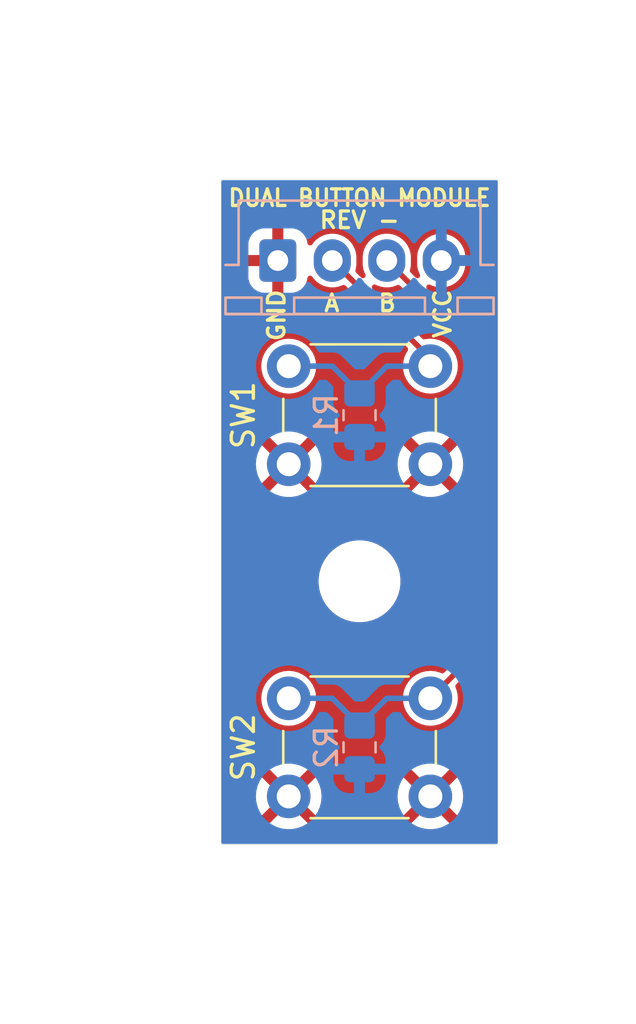
<source format=kicad_pcb>
(kicad_pcb (version 20240108) (generator "pcbnew") (generator_version "8.0")
  (title_block (title "DUAL BUTTON MODULE") (date "2024-03-27") (rev "-"))
  (layers (0 "F.Cu" signal) (31 "B.Cu" signal) (34 "B.Paste" user) (35 "F.Paste" user) (36 "B.SilkS" user "B.Silkscreen") (37 "F.SilkS" user "F.Silkscreen") (38 "B.Mask" user) (39 "F.Mask" user) (44 "Edge.Cuts" user))
  (net 0 "")
  (net 1 "BTN_A")
  (net 2 "VCC")
  (net 3 "GND")
  (net 4 "BTN_B")
  (footprint "MountingHole:MountingHole_3.5mm" (layer "F.Cu") (at 101.6 101.6 90)
    (property "Reference" "H1" (hide yes))
    (property "Value" "MountingHole")
    (pad "" np_thru_hole circle (at 0 0 90) (size 3.5 3.5) (drill 3.5) (layers "*.Cu" "*.Mask"))
  )
  (footprint "Button_Switch_THT:SW_PUSH_6mm_H5mm" (layer "F.Cu") (at 98.35 91.73)
    (property "Reference" "SW1" (at -2.084 2.25 90) (layer "F.SilkS") (effects (font (size 1.016 1.016) (thickness 0.1524))))
    (property "Value" "BTN_A")
    (fp_line (start -0.25 1.5) (end -0.25 3) (stroke (width 0.12)) (layer "F.SilkS"))
    (fp_line (start 1 5.5) (end 5.5 5.5) (stroke (width 0.12)) (layer "F.SilkS"))
    (fp_line (start 5.5 -1) (end 1 -1) (stroke (width 0.12)) (layer "F.SilkS"))
    (fp_line (start 6.75 3) (end 6.75 1.5) (stroke (width 0.12)) (layer "F.SilkS"))
    (pad "1" thru_hole circle (at 0 0 90) (size 2 2) (drill 1.1) (layers "*.Cu" "*.Mask") (net 1 "BTN_A"))
    (pad "1" thru_hole circle (at 6.5 0 90) (size 2 2) (drill 1.1) (layers "*.Cu" "*.Mask") (net 1 "BTN_A"))
    (pad "2" thru_hole circle (at 0 4.5 90) (size 2 2) (drill 1.1) (layers "*.Cu" "*.Mask") (net 3 "GND"))
    (pad "2" thru_hole circle (at 6.5 4.5 90) (size 2 2) (drill 1.1) (layers "*.Cu" "*.Mask") (net 3 "GND"))
  )
  (footprint "Button_Switch_THT:SW_PUSH_6mm_H5mm" (layer "F.Cu") (at 104.85 111.47 180)
    (property "Reference" "SW2" (at 8.584 2.25 270) (layer "F.SilkS") (effects (font (size 1.016 1.016) (thickness 0.1524))))
    (property "Value" "BTN_B")
    (fp_line (start 6.75 3) (end 6.75 1.5) (stroke (width 0.12)) (layer "F.SilkS"))
    (fp_line (start 5.5 -1) (end 1 -1) (stroke (width 0.12)) (layer "F.SilkS"))
    (fp_line (start 1 5.5) (end 5.5 5.5) (stroke (width 0.12)) (layer "F.SilkS"))
    (fp_line (start -0.25 1.5) (end -0.25 3) (stroke (width 0.12)) (layer "F.SilkS"))
    (pad "1" thru_hole circle (at 0 0 270) (size 2 2) (drill 1.1) (layers "*.Cu" "*.Mask") (net 3 "GND"))
    (pad "1" thru_hole circle (at 6.5 0 270) (size 2 2) (drill 1.1) (layers "*.Cu" "*.Mask") (net 3 "GND"))
    (pad "2" thru_hole circle (at 0 4.5 270) (size 2 2) (drill 1.1) (layers "*.Cu" "*.Mask") (net 4 "BTN_B"))
    (pad "2" thru_hole circle (at 6.5 4.5 270) (size 2 2) (drill 1.1) (layers "*.Cu" "*.Mask") (net 4 "BTN_B"))
  )
  (footprint "Connector_JST:JST_XH_B4B-XH-A_1x04_P2.50mm_Vertical" (layer "B.Cu") (at 97.85 86.885)
    (property "Reference" "J1" (hide yes))
    (property "Value" "Conn_01x04")
    (fp_line (start -2.4 1.7) (end -2.4 2.45) (stroke (width 0.12)) (layer "B.SilkS"))
    (fp_line (start -2.4 2.45) (end -0.75 2.45) (stroke (width 0.12)) (layer "B.SilkS"))
    (fp_line (start -2.4 2.46) (end 9.9 2.46) (stroke (width 0.12)) (layer "B.SilkS"))
    (fp_line (start -1.8 -2.75) (end -1.8 0.2) (stroke (width 0.12)) (layer "B.SilkS"))
    (fp_line (start -1.8 0.2) (end -2.4 0.2) (stroke (width 0.12)) (layer "B.SilkS"))
    (fp_line (start -0.75 1.7) (end -2.4 1.7) (stroke (width 0.12)) (layer "B.SilkS"))
    (fp_line (start -0.75 2.45) (end -0.75 1.7) (stroke (width 0.12)) (layer "B.SilkS"))
    (fp_line (start 0.75 1.7) (end 0.75 2.45) (stroke (width 0.12)) (layer "B.SilkS"))
    (fp_line (start 0.75 2.45) (end 6.75 2.45) (stroke (width 0.12)) (layer "B.SilkS"))
    (fp_line (start 3.75 -2.75) (end -1.8 -2.75) (stroke (width 0.12)) (layer "B.SilkS"))
    (fp_line (start 3.75 -2.75) (end 9.3 -2.75) (stroke (width 0.12)) (layer "B.SilkS"))
    (fp_line (start 6.75 1.7) (end 0.75 1.7) (stroke (width 0.12)) (layer "B.SilkS"))
    (fp_line (start 6.75 2.45) (end 6.75 1.7) (stroke (width 0.12)) (layer "B.SilkS"))
    (fp_line (start 8.25 1.7) (end 8.25 2.45) (stroke (width 0.12)) (layer "B.SilkS"))
    (fp_line (start 8.25 2.45) (end 9.9 2.45) (stroke (width 0.12)) (layer "B.SilkS"))
    (fp_line (start 9.3 -2.75) (end 9.3 0.2) (stroke (width 0.12)) (layer "B.SilkS"))
    (fp_line (start 9.3 0.2) (end 9.9 0.2) (stroke (width 0.12)) (layer "B.SilkS"))
    (fp_line (start 9.9 1.7) (end 8.25 1.7) (stroke (width 0.12)) (layer "B.SilkS"))
    (fp_line (start 9.9 2.45) (end 9.9 1.7) (stroke (width 0.12)) (layer "B.SilkS"))
    (pad "1" thru_hole roundrect (at 0 0) (size 1.7 1.95) (drill 0.95) (layers "*.Cu" "*.Mask") (roundrect_rratio 0.147059) (net 3 "GND"))
    (pad "2" thru_hole oval (at 2.5 0) (size 1.7 1.95) (drill 0.95) (layers "*.Cu" "*.Mask") (net 1 "BTN_A"))
    (pad "3" thru_hole oval (at 5 0) (size 1.7 1.95) (drill 0.95) (layers "*.Cu" "*.Mask") (net 4 "BTN_B"))
    (pad "4" thru_hole oval (at 7.5 0) (size 1.7 1.95) (drill 0.95) (layers "*.Cu" "*.Mask") (net 2 "VCC"))
  )
  (footprint "Resistor_SMD:R_0805_2012Metric_Pad1.20x1.40mm_HandSolder" (layer "B.Cu") (at 101.6 109.22 90)
    (property "Reference" "R2" (at 0 -1.524 270) (layer "B.SilkS") (effects (font (size 1.016 1.016) (thickness 0.1524)) (justify mirror)))
    (property "Value" "10K")
    (fp_line (start 0.227064 -0.735) (end -0.227064 -0.735) (stroke (width 0.12)) (layer "B.SilkS"))
    (fp_line (start 0.227064 0.735) (end -0.227064 0.735) (stroke (width 0.12)) (layer "B.SilkS"))
    (pad "1" smd roundrect (at -1 0 90) (size 1.2 1.4) (layers "B.Cu" "B.Paste" "B.Mask") (roundrect_rratio 0.208333) (net 2 "VCC"))
    (pad "2" smd roundrect (at 1 0 90) (size 1.2 1.4) (layers "B.Cu" "B.Paste" "B.Mask") (roundrect_rratio 0.208333) (net 4 "BTN_B"))
  )
  (footprint "Resistor_SMD:R_0805_2012Metric_Pad1.20x1.40mm_HandSolder" (layer "B.Cu") (at 101.6 93.98 -90)
    (property "Reference" "R1" (at 0 1.524 90) (layer "B.SilkS") (effects (font (size 1.016 1.016) (thickness 0.1524)) (justify mirror)))
    (property "Value" "10K")
    (fp_line (start 0.227064 0.735) (end -0.227064 0.735) (stroke (width 0.12)) (layer "B.SilkS"))
    (fp_line (start 0.227064 -0.735) (end -0.227064 -0.735) (stroke (width 0.12)) (layer "B.SilkS"))
    (pad "1" smd roundrect (at -1 0 270) (size 1.2 1.4) (layers "B.Cu" "B.Paste" "B.Mask") (roundrect_rratio 0.208333) (net 1 "BTN_A"))
    (pad "2" smd roundrect (at 1 0 270) (size 1.2 1.4) (layers "B.Cu" "B.Paste" "B.Mask") (roundrect_rratio 0.208333) (net 2 "VCC"))
  )
  (gr_rect (start 95.25 83.185) (end 107.95 113.665) (stroke (width 0.0254)) (fill none) (layer "Edge.Cuts"))
  (gr_text "GND" (at 97.79 88.138 90) (layer "F.SilkS") (effects (font (size 0.762 0.762) (thickness 0.1524) (bold yes)) (justify right)))
  (gr_text "VCC" (at 105.41 88.138 90) (layer "F.SilkS") (effects (font (size 0.762 0.762) (thickness 0.1524) (bold yes)) (justify right)))
  (gr_text "B" (at 102.87 88.392 0) (layer "F.SilkS") (effects (font (size 0.762 0.762) (thickness 0.1524) (bold yes)) (justify top)))
  (gr_text "REV -" (at 101.6 84.582 0) (layer "F.SilkS") (effects (font (size 0.762 0.762) (thickness 0.1524) (bold yes)) (justify top)))
  (gr_text "DUAL BUTTON MODULE" (at 101.6 83.566 0) (layer "F.SilkS") (effects (font (size 0.762 0.7112) (thickness 0.1524) (bold yes)) (justify top)))
  (gr_text "A" (at 100.33 88.392 0) (layer "F.SilkS") (effects (font (size 0.762 0.762) (thickness 0.1524) (bold yes)) (justify top)))
  (segment (start 100.35 86.885) (end 104.85 91.385) (width 0.254) (layer "F.Cu") (net 1))
  (segment (start 104.85 91.385) (end 104.85 91.73) (width 0.254) (layer "F.Cu") (net 1))
  (segment (start 98.35 91.73) (end 100.35 91.73) (width 0.254) (layer "B.Cu") (net 1))
  (segment (start 104.85 91.73) (end 102.85 91.73) (width 0.254) (layer "B.Cu") (net 1))
  (segment (start 100.35 91.73) (end 101.6 92.98) (width 0.254) (layer "B.Cu") (net 1))
  (segment (start 102.85 91.73) (end 101.6 92.98) (width 0.254) (layer "B.Cu") (net 1))
  (segment (start 104.85 106.97) (end 107.188 104.632) (width 0.254) (layer "F.Cu") (net 4))
  (segment (start 107.188 104.632) (end 107.188 91.223) (width 0.254) (layer "F.Cu") (net 4))
  (segment (start 107.188 91.223) (end 102.85 86.885) (width 0.254) (layer "F.Cu") (net 4))
  (segment (start 100.35 106.97) (end 101.6 108.22) (width 0.254) (layer "B.Cu") (net 4))
  (segment (start 102.85 106.97) (end 101.6 108.22) (width 0.254) (layer "B.Cu") (net 4))
  (segment (start 98.35 106.97) (end 100.35 106.97) (width 0.254) (layer "B.Cu") (net 4))
  (segment (start 104.85 106.97) (end 102.85 106.97) (width 0.254) (layer "B.Cu") (net 4))
  (zone (net 3) (net_name "GND") (layer "F.Cu") (connect_pads (clearance 0.254)) (min_thickness 0.254) (fill yes (thermal_gap 0.508) (thermal_bridge_width 0.508))
    (polygon (pts (xy 88.9 74.93) (xy 88.9 121.92) (xy 114.3 121.92) (xy 114.3 74.93)))
  )
  (zone (net 2) (net_name "VCC") (layer "B.Cu") (connect_pads (clearance 0.5)) (min_thickness 0.25) (fill yes (thermal_gap 0.5) (thermal_bridge_width 0.5))
    (polygon (pts (xy 88.9 74.93) (xy 88.9 121.92) (xy 114.3 121.92) (xy 114.3 74.93)))
  )
)
</source>
